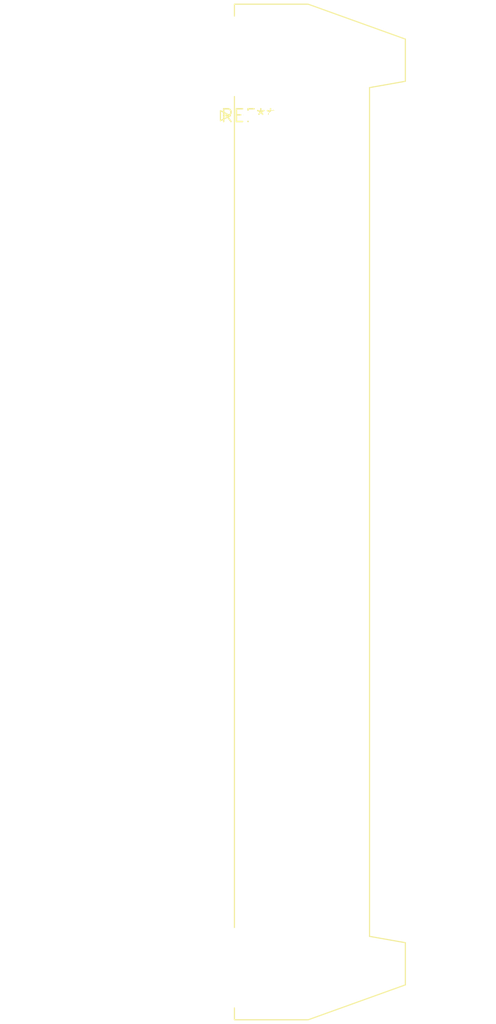
<source format=kicad_pcb>
(kicad_pcb (version 20240108) (generator pcbnew)
  (layers (0 "F.Cu" signal) (31 "B.Cu" signal) (34 "B.Paste" user) (35 "F.Paste" user) (36 "B.SilkS" user "B.Silkscreen") (37 "F.SilkS" user "F.Silkscreen") (38 "B.Mask" user) (39 "F.Mask" user) (44 "Edge.Cuts" user))
  (net 0 "")
  (footprint "IDC-Header_2x32-1MP_P2.54mm_Latch_Horizontal" (layer "F.Cu") (at 0 0)
    (property "Reference" "REF**")
    (property "Value" "IDC-Header_2x32-1MP_P2.54mm_Latch_Horizontal")
    (fp_line (start -2.74 -0.5) (end -2.74 0.5) (layer "F.SilkS") (stroke (width 0.12)))
    (fp_line (start -2.74 0.5) (end -1.74 0) (layer "F.SilkS") (stroke (width 0.12)))
    (fp_line (start -1.74 0) (end -2.74 -0.5) (layer "F.SilkS") (stroke (width 0.12)))
    (fp_line (start -1.35 -11.08) (end -1.35 -9.905) (layer "F.SilkS") (stroke (width 0.12)))
    (fp_line (start -1.35 -11.08) (end 5.98 -11.08) (layer "F.SilkS") (stroke (width 0.12)))
    (fp_line (start -1.35 -1.905) (end -1.35 80.645) (layer "F.SilkS") (stroke (width 0.12)))
    (fp_line (start -1.35 88.645) (end -1.35 89.82) (layer "F.SilkS") (stroke (width 0.12)))
    (fp_line (start 5.98 -11.08) (end 15.64 -7.61) (layer "F.SilkS") (stroke (width 0.12)))
    (fp_line (start 5.98 89.82) (end -1.35 89.82) (layer "F.SilkS") (stroke (width 0.12)))
    (fp_line (start 12.08 -2.79) (end 12.08 81.53) (layer "F.SilkS") (stroke (width 0.12)))
    (fp_line (start 12.08 81.53) (end 15.64 82.16) (layer "F.SilkS") (stroke (width 0.12)))
    (fp_line (start 15.64 -7.61) (end 15.64 -3.42) (layer "F.SilkS") (stroke (width 0.12)))
    (fp_line (start 15.64 -3.42) (end 12.08 -2.79) (layer "F.SilkS") (stroke (width 0.12)))
    (fp_line (start 15.64 82.16) (end 15.64 86.35) (layer "F.SilkS") (stroke (width 0.12)))
    (fp_line (start 15.64 86.35) (end 5.98 89.82) (layer "F.SilkS") (stroke (width 0.12)))
    (pad "1" thru_hole roundrect (at 0 0) (size 1.7 1.7) (drill 1) (layers *.Cu *.Mask) (remove_unused_layers) (roundrect_rratio 0.147059))
    (pad "2" thru_hole circle (at 2.54 0) (size 1.7 1.7) (drill 1) (layers *.Cu *.Mask) (remove_unused_layers))
    (pad "3" thru_hole circle (at 0 2.54) (size 1.7 1.7) (drill 1) (layers *.Cu *.Mask) (remove_unused_layers))
    (pad "4" thru_hole circle (at 2.54 2.54) (size 1.7 1.7) (drill 1) (layers *.Cu *.Mask) (remove_unused_layers))
    (pad "5" thru_hole circle (at 0 5.08) (size 1.7 1.7) (drill 1) (layers *.Cu *.Mask) (remove_unused_layers))
    (pad "6" thru_hole circle (at 2.54 5.08) (size 1.7 1.7) (drill 1) (layers *.Cu *.Mask) (remove_unused_layers))
    (pad "7" thru_hole circle (at 0 7.62) (size 1.7 1.7) (drill 1) (layers *.Cu *.Mask) (remove_unused_layers))
    (pad "8" thru_hole circle (at 2.54 7.62) (size 1.7 1.7) (drill 1) (layers *.Cu *.Mask) (remove_unused_layers))
    (pad "9" thru_hole circle (at 0 10.16) (size 1.7 1.7) (drill 1) (layers *.Cu *.Mask) (remove_unused_layers))
    (pad "10" thru_hole circle (at 2.54 10.16) (size 1.7 1.7) (drill 1) (layers *.Cu *.Mask) (remove_unused_layers))
    (pad "11" thru_hole circle (at 0 12.7) (size 1.7 1.7) (drill 1) (layers *.Cu *.Mask) (remove_unused_layers))
    (pad "12" thru_hole circle (at 2.54 12.7) (size 1.7 1.7) (drill 1) (layers *.Cu *.Mask) (remove_unused_layers))
    (pad "13" thru_hole circle (at 0 15.24) (size 1.7 1.7) (drill 1) (layers *.Cu *.Mask) (remove_unused_layers))
    (pad "14" thru_hole circle (at 2.54 15.24) (size 1.7 1.7) (drill 1) (layers *.Cu *.Mask) (remove_unused_layers))
    (pad "15" thru_hole circle (at 0 17.78) (size 1.7 1.7) (drill 1) (layers *.Cu *.Mask) (remove_unused_layers))
    (pad "16" thru_hole circle (at 2.54 17.78) (size 1.7 1.7) (drill 1) (layers *.Cu *.Mask) (remove_unused_layers))
    (pad "17" thru_hole circle (at 0 20.32) (size 1.7 1.7) (drill 1) (layers *.Cu *.Mask) (remove_unused_layers))
    (pad "18" thru_hole circle (at 2.54 20.32) (size 1.7 1.7) (drill 1) (layers *.Cu *.Mask) (remove_unused_layers))
    (pad "19" thru_hole circle (at 0 22.86) (size 1.7 1.7) (drill 1) (layers *.Cu *.Mask) (remove_unused_layers))
    (pad "20" thru_hole circle (at 2.54 22.86) (size 1.7 1.7) (drill 1) (layers *.Cu *.Mask) (remove_unused_layers))
    (pad "21" thru_hole circle (at 0 25.4) (size 1.7 1.7) (drill 1) (layers *.Cu *.Mask) (remove_unused_layers))
    (pad "22" thru_hole circle (at 2.54 25.4) (size 1.7 1.7) (drill 1) (layers *.Cu *.Mask) (remove_unused_layers))
    (pad "23" thru_hole circle (at 0 27.94) (size 1.7 1.7) (drill 1) (layers *.Cu *.Mask) (remove_unused_layers))
    (pad "24" thru_hole circle (at 2.54 27.94) (size 1.7 1.7) (drill 1) (layers *.Cu *.Mask) (remove_unused_layers))
    (pad "25" thru_hole circle (at 0 30.48) (size 1.7 1.7) (drill 1) (layers *.Cu *.Mask) (remove_unused_layers))
    (pad "26" thru_hole circle (at 2.54 30.48) (size 1.7 1.7) (drill 1) (layers *.Cu *.Mask) (remove_unused_layers))
    (pad "27" thru_hole circle (at 0 33.02) (size 1.7 1.7) (drill 1) (layers *.Cu *.Mask) (remove_unused_layers))
    (pad "28" thru_hole circle (at 2.54 33.02) (size 1.7 1.7) (drill 1) (layers *.Cu *.Mask) (remove_unused_layers))
    (pad "29" thru_hole circle (at 0 35.56) (size 1.7 1.7) (drill 1) (layers *.Cu *.Mask) (remove_unused_layers))
    (pad "30" thru_hole circle (at 2.54 35.56) (size 1.7 1.7) (drill 1) (layers *.Cu *.Mask) (remove_unused_layers))
    (pad "31" thru_hole circle (at 0 38.1) (size 1.7 1.7) (drill 1) (layers *.Cu *.Mask) (remove_unused_layers))
    (pad "32" thru_hole circle (at 2.54 38.1) (size 1.7 1.7) (drill 1) (layers *.Cu *.Mask) (remove_unused_layers))
    (pad "33" thru_hole circle (at 0 40.64) (size 1.7 1.7) (drill 1) (layers *.Cu *.Mask) (remove_unused_layers))
    (pad "34" thru_hole circle (at 2.54 40.64) (size 1.7 1.7) (drill 1) (layers *.Cu *.Mask) (remove_unused_layers))
    (pad "35" thru_hole circle (at 0 43.18) (size 1.7 1.7) (drill 1) (layers *.Cu *.Mask) (remove_unused_layers))
    (pad "36" thru_hole circle (at 2.54 43.18) (size 1.7 1.7) (drill 1) (layers *.Cu *.Mask) (remove_unused_layers))
    (pad "37" thru_hole circle (at 0 45.72) (size 1.7 1.7) (drill 1) (layers *.Cu *.Mask) (remove_unused_layers))
    (pad "38" thru_hole circle (at 2.54 45.72) (size 1.7 1.7) (drill 1) (layers *.Cu *.Mask) (remove_unused_layers))
    (pad "39" thru_hole circle (at 0 48.26) (size 1.7 1.7) (drill 1) (layers *.Cu *.Mask) (remove_unused_layers))
    (pad "40" thru_hole circle (at 2.54 48.26) (size 1.7 1.7) (drill 1) (layers *.Cu *.Mask) (remove_unused_layers))
    (pad "41" thru_hole circle (at 0 50.8) (size 1.7 1.7) (drill 1) (layers *.Cu *.Mask) (remove_unused_layers))
    (pad "42" thru_hole circle (at 2.54 50.8) (size 1.7 1.7) (drill 1) (layers *.Cu *.Mask) (remove_unused_layers))
    (pad "43" thru_hole circle (at 0 53.34) (size 1.7 1.7) (drill 1) (layers *.Cu *.Mask) (remove_unused_layers))
    (pad "44" thru_hole circle (at 2.54 53.34) (size 1.7 1.7) (drill 1) (layers *.Cu *.Mask) (remove_unused_layers))
    (pad "45" thru_hole circle (at 0 55.88) (size 1.7 1.7) (drill 1) (layers *.Cu *.Mask) (remove_unused_layers))
    (pad "46" thru_hole circle (at 2.54 55.88) (size 1.7 1.7) (drill 1) (layers *.Cu *.Mask) (remove_unused_layers))
    (pad "47" thru_hole circle (at 0 58.42) (size 1.7 1.7) (drill 1) (layers *.Cu *.Mask) (remove_unused_layers))
    (pad "48" thru_hole circle (at 2.54 58.42) (size 1.7 1.7) (drill 1) (layers *.Cu *.Mask) (remove_unused_layers))
    (pad "49" thru_hole circle (at 0 60.96) (size 1.7 1.7) (drill 1) (layers *.Cu *.Mask) (remove_unused_layers))
    (pad "50" thru_hole circle (at 2.54 60.96) (size 1.7 1.7) (drill 1) (layers *.Cu *.Mask) (remove_unused_layers))
    (pad "51" thru_hole circle (at 0 63.5) (size 1.7 1.7) (drill 1) (layers *.Cu *.Mask) (remove_unused_layers))
    (pad "52" thru_hole circle (at 2.54 63.5) (size 1.7 1.7) (drill 1) (layers *.Cu *.Mask) (remove_unused_layers))
    (pad "53" thru_hole circle (at 0 66.04) (size 1.7 1.7) (drill 1) (layers *.Cu *.Mask) (remove_unused_layers))
    (pad "54" thru_hole circle (at 2.54 66.04) (size 1.7 1.7) (drill 1) (layers *.Cu *.Mask) (remove_unused_layers))
    (pad "55" thru_hole circle (at 0 68.58) (size 1.7 1.7) (drill 1) (layers *.Cu *.Mask) (remove_unused_layers))
    (pad "56" thru_hole circle (at 2.54 68.58) (size 1.7 1.7) (drill 1) (layers *.Cu *.Mask) (remove_unused_layers))
    (pad "57" thru_hole circle (at 0 71.12) (size 1.7 1.7) (drill 1) (layers *.Cu *.Mask) (remove_unused_layers))
    (pad "58" thru_hole circle (at 2.54 71.12) (size 1.7 1.7) (drill 1) (layers *.Cu *.Mask) (remove_unused_layers))
    (pad "59" thru_hole circle (at 0 73.66) (size 1.7 1.7) (drill 1) (layers *.Cu *.Mask) (remove_unused_layers))
    (pad "60" thru_hole circle (at 2.54 73.66) (size 1.7 1.7) (drill 1) (layers *.Cu *.Mask) (remove_unused_layers))
    (pad "61" thru_hole circle (at 0 76.2) (size 1.7 1.7) (drill 1) (layers *.Cu *.Mask) (remove_unused_layers))
    (pad "62" thru_hole circle (at 2.54 76.2) (size 1.7 1.7) (drill 1) (layers *.Cu *.Mask) (remove_unused_layers))
    (pad "63" thru_hole circle (at 0 78.74) (size 1.7 1.7) (drill 1) (layers *.Cu *.Mask) (remove_unused_layers))
    (pad "64" thru_hole circle (at 2.54 78.74) (size 1.7 1.7) (drill 1) (layers *.Cu *.Mask) (remove_unused_layers))
    (pad "MP" thru_hole circle (at 1.8 -5.905) (size 8 8) (drill 2.69) (layers *.Cu *.Mask) (remove_unused_layers))
    (pad "MP" thru_hole circle (at 1.8 84.645) (size 8 8) (drill 2.69) (layers *.Cu *.Mask) (remove_unused_layers))
  )
)
</source>
